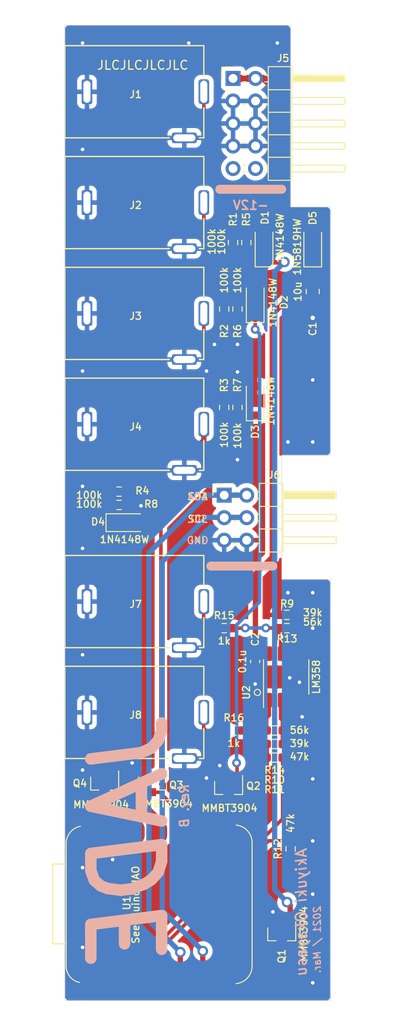
<source format=kicad_pcb>
(kicad_pcb (version 20221018) (generator pcbnew)
  (title_block (title "jade") (date "2021-03-20") (rev "B") (company "Akiyuki Okayasu"))
  (layers (0 "F.Cu" signal) (31 "B.Cu" signal) (34 "B.Paste" user) (35 "F.Paste" user) (36 "B.SilkS" user "B.Silkscreen") (37 "F.SilkS" user "F.Silkscreen") (38 "B.Mask" user) (39 "F.Mask" user) (44 "Edge.Cuts" user))
  (net 0 "")
  (net 1 "+12V")
  (net 2 "GND")
  (net 3 "Net-(D1-Pad1)")
  (net 4 "Net-(D2-Pad1)")
  (net 5 "Net-(D3-Pad1)")
  (net 6 "Net-(D4-Pad1)")
  (net 7 "Net-(D5-Pad2)")
  (net 8 "Net-(J1-Pad3)")
  (net 9 "Net-(J2-Pad3)")
  (net 10 "Net-(J3-Pad3)")
  (net 11 "Net-(J4-Pad3)")
  (net 12 "Net-(J5-Pad9)")
  (net 13 "Net-(J5-Pad10)")
  (net 14 "/SDA")
  (net 15 "/SCL")
  (net 16 "Net-(J7-Pad3)")
  (net 17 "Net-(J8-Pad3)")
  (net 18 "/GATE_IN1")
  (net 19 "/GATE_IN2")
  (net 20 "/GATE_IN3")
  (net 21 "/GATE_IN4")
  (net 22 "Net-(R13-Pad2)")
  (net 23 "/GATE_OUT")
  (net 24 "Net-(R10-Pad1)")
  (net 25 "/CLOCK_OUT")
  (net 26 "Net-(R13-Pad1)")
  (net 27 "Net-(R14-Pad1)")
  (net 28 "Net-(U1-Pad14)")
  (net 29 "Net-(U1-Pad12)")
  (net 30 "Net-(U1-Pad8)")
  (net 31 "Net-(U1-Pad2)")
  (net 32 "Net-(U1-Pad1)")
  (footprint "Capacitor_SMD:C_0805_2012Metric_Pad1.18x1.45mm_HandSolder" (layer "F.Cu") (at 143 80.0375 -90)
    (fp_text reference "C1" (at 4.2125 0 90) (layer "F.SilkS") (effects (font (size 0.8 0.8))))
    (fp_text value "10u" (at 0 1.68 90) (layer "F.SilkS") (effects (font (size 0.8 0.8))))
    (pad "1" smd roundrect (at -1.0375 0 270) (size 1.175 1.45) (layers "F.Cu" "F.Paste" "F.Mask") (roundrect_rratio 0.2127659574) (net 1 "+12V"))
    (pad "2" smd roundrect (at 1.0375 0 270) (size 1.175 1.45) (layers "F.Cu" "F.Paste" "F.Mask") (roundrect_rratio 0.2127659574) (net 2 "GND"))
  )
  (footprint "Capacitor_SMD:C_0603_1608Metric_Pad1.08x0.95mm_HandSolder" (layer "F.Cu") (at 136.5 121.7625 -90)
    (fp_text reference "C2" (at -2.5125 0 90) (layer "F.SilkS") (effects (font (size 0.8 0.8))))
    (fp_text value "0.1u" (at 0 1.43 90) (layer "F.SilkS") (effects (font (size 0.8 0.8))))
    (pad "1" smd roundrect (at -0.8625 0 270) (size 1.075 0.95) (layers "F.Cu" "F.Paste" "F.Mask") (net 1 "+12V"))
    (pad "2" smd roundrect (at 0.8625 0 270) (size 1.075 0.95) (layers "F.Cu" "F.Paste" "F.Mask") (net 2 "GND"))
  )
  (footprint "Diode_SMD:D_SOD-123" (layer "F.Cu") (at 137.5 75 90)
    (fp_text reference "D1" (at 3.3 0.1 90) (layer "F.SilkS") (effects (font (size 0.8 0.8))))
    (fp_text value "1N4148W" (at 1 1.8 90) (layer "F.SilkS") (effects (font (size 0.8 0.8))))
    (pad "1" smd rect (at -1.65 0 90) (size 0.9 1.2) (layers "F.Cu" "F.Paste" "F.Mask") (net 3 "Net-(D1-Pad1)"))
    (pad "2" smd rect (at 1.65 0 90) (size 0.9 1.2) (layers "F.Cu" "F.Paste" "F.Mask") (net 2 "GND"))
  )
  (footprint "Diode_SMD:D_SOD-123" (layer "F.Cu") (at 136.5 81.281 90)
    (fp_text reference "D2" (at 0.031 3.25 90) (layer "F.SilkS") (effects (font (size 0.8 0.8))))
    (fp_text value "1N4148W" (at 0 2 90) (layer "F.SilkS") (effects (font (size 0.8 0.8))))
    (pad "1" smd rect (at -1.65 0 90) (size 0.9 1.2) (layers "F.Cu" "F.Paste" "F.Mask") (net 4 "Net-(D2-Pad1)"))
    (pad "2" smd rect (at 1.65 0 90) (size 0.9 1.2) (layers "F.Cu" "F.Paste" "F.Mask") (net 2 "GND"))
  )
  (footprint "Diode_SMD:D_SOD-123" (layer "F.Cu") (at 136.5 92.357 90)
    (fp_text reference "D3" (at -3.493 0 90) (layer "F.SilkS") (effects (font (size 0.8 0.8))))
    (fp_text value "1N4148W" (at 0.007 1.75 90) (layer "F.SilkS") (effects (font (size 0.8 0.8))))
    (pad "1" smd rect (at -1.65 0 90) (size 0.9 1.2) (layers "F.Cu" "F.Paste" "F.Mask") (net 5 "Net-(D3-Pad1)"))
    (pad "2" smd rect (at 1.65 0 90) (size 0.9 1.2) (layers "F.Cu" "F.Paste" "F.Mask") (net 2 "GND"))
  )
  (footprint "Diode_SMD:D_SOD-123" (layer "F.Cu") (at 121.9 106.1)
    (fp_text reference "D4" (at -3.15 -0.1) (layer "F.SilkS") (effects (font (size 0.8 0.8))))
    (fp_text value "1N4148W" (at -0.15 1.9) (layer "F.SilkS") (effects (font (size 0.8 0.8))))
    (pad "1" smd rect (at -1.65 0) (size 0.9 1.2) (layers "F.Cu" "F.Paste" "F.Mask") (net 6 "Net-(D4-Pad1)"))
    (pad "2" smd rect (at 1.65 0) (size 0.9 1.2) (layers "F.Cu" "F.Paste" "F.Mask") (net 2 "GND"))
  )
  (footprint "Diode_SMD:D_SOD-123" (layer "F.Cu") (at 143 75 90)
    (fp_text reference "D5" (at 3.25 0 90) (layer "F.SilkS") (effects (font (size 0.8 0.8))))
    (fp_text value "1N5819HW" (at 0 -1.75 90) (layer "F.SilkS") (effects (font (size 0.8 0.8))))
    (pad "1" smd rect (at -1.65 0 90) (size 0.9 1.2) (layers "F.Cu" "F.Paste" "F.Mask") (net 1 "+12V"))
    (pad "2" smd rect (at 1.65 0 90) (size 0.9 1.2) (layers "F.Cu" "F.Paste" "F.Mask") (net 7 "Net-(D5-Pad2)"))
  )
  (footprint "Akiyuki_Footprint:PJ302M" (layer "F.Cu") (at 115 57.5)
    (fp_text reference "J1" (at 8 0.3) (layer "F.SilkS") (effects (font (size 0.8 0.8))))
    (fp_text value "PJ302M" hide)
    (pad "1" thru_hole roundrect (at 2.5 0) (size 1.2 2.8) (drill oval 0.8 2.5) (layers "*.Cu" "*.Mask") (roundrect_rratio 0.167) (net 2 "GND"))
    (pad "2" thru_hole roundrect (at 13.5 5.2 90) (size 1.2 2.8) (drill oval 0.8 2.5) (layers "*.Cu" "*.Mask") (roundrect_rratio 0.167) (net 2 "GND"))
    (pad "3" thru_hole roundrect (at 15.7 0) (size 1.2 2.8) (drill oval 0.8 2.5) (layers "*.Cu" "*.Mask") (net 8 "Net-(J1-Pad3)"))
  )
  (footprint "Akiyuki_Footprint:PJ302M" (layer "F.Cu") (at 115 70)
    (fp_text reference "J2" (at 8 0.3) (layer "F.SilkS") (effects (font (size 0.8 0.8))))
    (fp_text value "PJ302M" hide)
    (pad "1" thru_hole roundrect (at 2.5 0) (size 1.2 2.8) (drill oval 0.8 2.5) (layers "*.Cu" "*.Mask") (roundrect_rratio 0.167) (net 2 "GND"))
    (pad "2" thru_hole roundrect (at 13.5 5.2 90) (size 1.2 2.8) (drill oval 0.8 2.5) (layers "*.Cu" "*.Mask") (roundrect_rratio 0.167) (net 2 "GND"))
    (pad "3" thru_hole roundrect (at 15.7 0) (size 1.2 2.8) (drill oval 0.8 2.5) (layers "*.Cu" "*.Mask") (net 9 "Net-(J2-Pad3)"))
  )
  (footprint "Akiyuki_Footprint:PJ302M" (layer "F.Cu") (at 115 82.5)
    (fp_text reference "J3" (at 8 0.3) (layer "F.SilkS") (effects (font (size 0.8 0.8))))
    (fp_text value "PJ302M" hide)
    (pad "1" thru_hole roundrect (at 2.5 0) (size 1.2 2.8) (drill oval 0.8 2.5) (layers "*.Cu" "*.Mask") (roundrect_rratio 0.167) (net 2 "GND"))
    (pad "2" thru_hole roundrect (at 13.5 5.2 90) (size 1.2 2.8) (drill oval 0.8 2.5) (layers "*.Cu" "*.Mask") (roundrect_rratio 0.167) (net 2 "GND"))
    (pad "3" thru_hole roundrect (at 15.7 0) (size 1.2 2.8) (drill oval 0.8 2.5) (layers "*.Cu" "*.Mask") (net 10 "Net-(J3-Pad3)"))
  )
  (footprint "Akiyuki_Footprint:PJ302M" (layer "F.Cu") (at 115 95)
    (fp_text reference "J4" (at 8 0.3) (layer "F.SilkS") (effects (font (size 0.8 0.8))))
    (fp_text value "PJ302M" hide)
    (pad "1" thru_hole roundrect (at 2.5 0) (size 1.2 2.8) (drill oval 0.8 2.5) (layers "*.Cu" "*.Mask") (roundrect_rratio 0.167) (net 2 "GND"))
    (pad "2" thru_hole roundrect (at 13.5 5.2 90) (size 1.2 2.8) (drill oval 0.8 2.5) (layers "*.Cu" "*.Mask") (roundrect_rratio 0.167) (net 2 "GND"))
    (pad "3" thru_hole roundrect (at 15.7 0) (size 1.2 2.8) (drill oval 0.8 2.5) (layers "*.Cu" "*.Mask") (net 11 "Net-(J4-Pad3)"))
  )
  (footprint "Connector_PinHeader_2.54mm:PinHeader_2x05_P2.54mm_Horizontal" (layer "F.Cu") (at 134 56)
    (fp_text reference "J5" (at 5.655 -2.27) (layer "F.SilkS") (effects (font (size 0.8 0.8))))
    (fp_text value "Conn_02x05_Odd_Even" hide)
    (pad "1" thru_hole rect (at 0 0) (size 1.7 1.7) (drill 1) (layers "*.Cu" "*.Mask") (net 7 "Net-(D5-Pad2)"))
    (pad "2" thru_hole oval (at 2.54 0) (size 1.7 1.7) (drill 1) (layers "*.Cu" "*.Mask") (net 7 "Net-(D5-Pad2)"))
    (pad "3" thru_hole oval (at 0 2.54) (size 1.7 1.7) (drill 1) (layers "*.Cu" "*.Mask") (net 2 "GND"))
    (pad "4" thru_hole oval (at 2.54 2.54) (size 1.7 1.7) (drill 1) (layers "*.Cu" "*.Mask") (net 2 "GND"))
    (pad "5" thru_hole oval (at 0 5.08) (size 1.7 1.7) (drill 1) (layers "*.Cu" "*.Mask") (net 2 "GND"))
    (pad "6" thru_hole oval (at 2.54 5.08) (size 1.7 1.7) (drill 1) (layers "*.Cu" "*.Mask") (net 2 "GND"))
    (pad "7" thru_hole oval (at 0 7.62) (size 1.7 1.7) (drill 1) (layers "*.Cu" "*.Mask") (net 2 "GND"))
    (pad "8" thru_hole oval (at 2.54 7.62) (size 1.7 1.7) (drill 1) (layers "*.Cu" "*.Mask") (net 2 "GND"))
    (pad "9" thru_hole oval (at 0 10.16) (size 1.7 1.7) (drill 1) (layers "*.Cu" "*.Mask") (net 12 "Net-(J5-Pad9)"))
    (pad "10" thru_hole oval (at 2.54 10.16) (size 1.7 1.7) (drill 1) (layers "*.Cu" "*.Mask") (net 13 "Net-(J5-Pad10)"))
  )
  (footprint "Connector_PinHeader_2.54mm:PinHeader_2x03_P2.54mm_Horizontal" (layer "F.Cu") (at 133 103)
    (fp_text reference "J6" (at 5.655 -2.27) (layer "F.SilkS") (effects (font (size 0.8 0.8))))
    (fp_text value "Conn_02x03_Odd_Even" hide)
    (pad "1" thru_hole rect (at 0 0) (size 1.7 1.7) (drill 1) (layers "*.Cu" "*.Mask") (net 14 "/SDA"))
    (pad "2" thru_hole oval (at 2.54 0) (size 1.7 1.7) (drill 1) (layers "*.Cu" "*.Mask") (net 14 "/SDA"))
    (pad "3" thru_hole oval (at 0 2.54) (size 1.7 1.7) (drill 1) (layers "*.Cu" "*.Mask") (net 15 "/SCL"))
    (pad "4" thru_hole oval (at 2.54 2.54) (size 1.7 1.7) (drill 1) (layers "*.Cu" "*.Mask") (net 15 "/SCL"))
    (pad "5" thru_hole oval (at 0 5.08) (size 1.7 1.7) (drill 1) (layers "*.Cu" "*.Mask") (net 2 "GND"))
    (pad "6" thru_hole oval (at 2.54 5.08) (size 1.7 1.7) (drill 1) (layers "*.Cu" "*.Mask") (net 2 "GND"))
  )
  (footprint "Akiyuki_Footprint:PJ302M" (layer "F.Cu") (at 115 115)
    (fp_text reference "J7" (at 8 0.3) (layer "F.SilkS") (effects (font (size 0.8 0.8))))
    (fp_text value "PJ302M" hide)
    (pad "1" thru_hole roundrect (at 2.5 0) (size 1.2 2.8) (drill oval 0.8 2.5) (layers "*.Cu" "*.Mask") (roundrect_rratio 0.167) (net 2 "GND"))
    (pad "2" thru_hole roundrect (at 13.5 5.2 90) (size 1.2 2.8) (drill oval 0.8 2.5) (layers "*.Cu" "*.Mask") (roundrect_rratio 0.167) (net 2 "GND"))
    (pad "3" thru_hole roundrect (at 15.7 0) (size 1.2 2.8) (drill oval 0.8 2.5) (layers "*.Cu" "*.Mask") (net 16 "Net-(J7-Pad3)"))
  )
  (footprint "Akiyuki_Footprint:PJ302M" (layer "F.Cu") (at 115 127.5)
    (fp_text reference "J8" (at 8 0.3) (layer "F.SilkS") (effects (font (size 0.8 0.8))))
    (fp_text value "PJ302M" hide)
    (pad "1" thru_hole roundrect (at 2.5 0) (size 1.2 2.8) (drill oval 0.8 2.5) (layers "*.Cu" "*.Mask") (roundrect_rratio 0.167) (net 2 "GND"))
    (pad "2" thru_hole roundrect (at 13.5 5.2 90) (size 1.2 2.8) (drill oval 0.8 2.5) (layers "*.Cu" "*.Mask") (roundrect_rratio 0.167) (net 2 "GND"))
    (pad "3" thru_hole roundrect (at 15.7 0) (size 1.2 2.8) (drill oval 0.8 2.5) (layers "*.Cu" "*.Mask") (net 17 "Net-(J8-Pad3)"))
  )
  (footprint "Resistor_SMD:R_0603_1608Metric_Pad0.98x0.95mm_HandSolder" (layer "F.Cu") (at 134 74.5 90)
    (fp_text reference "R1" (at 2.6 0 90) (layer "F.SilkS") (effects (font (size 0.8 0.8))))
    (fp_text value "100k" (at 0.1 -2.4 90) (layer "F.SilkS") (effects (font (size 0.8 0.8))))
    (pad "1" smd roundrect (at -0.9125 0 90) (size 0.975 0.95) (layers "F.Cu" "F.Paste" "F.Mask") (net 3 "Net-(D1-Pad1)"))
    (pad "2" smd roundrect (at 0.9125 0 90) (size 0.975 0.95) (layers "F.Cu" "F.Paste" "F.Mask") (net 8 "Net-(J1-Pad3)"))
  )
  (footprint "Resistor_SMD:R_0603_1608Metric_Pad0.98x0.95mm_HandSolder" (layer "F.Cu") (at 133 93.1 90)
    (fp_text reference "R3" (at 2.5 0 90) (layer "F.SilkS") (effects (font (size 0.8 0.8))))
    (fp_text value "100k" (at -3.1 0 90) (layer "F.SilkS") (effects (font (size 0.8 0.8))))
    (pad "1" smd roundrect (at -0.9125 0 90) (size 0.975 0.95) (layers "F.Cu" "F.Paste" "F.Mask") (net 5 "Net-(D3-Pad1)"))
    (pad "2" smd roundrect (at 0.9125 0 90) (size 0.975 0.95) (layers "F.Cu" "F.Paste" "F.Mask") (net 10 "Net-(J3-Pad3)"))
  )
  (footprint "Resistor_SMD:R_0603_1608Metric_Pad0.98x0.95mm_HandSolder" (layer "F.Cu") (at 121.1225 102.6)
    (fp_text reference "R4" (at 2.6275 -0.1) (layer "F.SilkS") (effects (font (size 0.8 0.8))))
    (fp_text value "100k" (at -3.3725 0.4) (layer "F.SilkS") (effects (font (size 0.8 0.8))))
    (pad "1" smd roundrect (at -0.9125 0) (size 0.975 0.95) (layers "F.Cu" "F.Paste" "F.Mask") (net 6 "Net-(D4-Pad1)"))
    (pad "2" smd roundrect (at 0.9125 0) (size 0.975 0.95) (layers "F.Cu" "F.Paste" "F.Mask") (net 11 "Net-(J4-Pad3)"))
  )
  (footprint "Resistor_SMD:R_0603_1608Metric_Pad0.98x0.95mm_HandSolder" (layer "F.Cu") (at 135.5 74.5 -90)
    (fp_text reference "R5" (at -2.6 0 90) (layer "F.SilkS") (effects (font (size 0.8 0.8))))
    (fp_text value "100k" (at -0.1 2.8 90) (layer "F.SilkS") (effects (font (size 0.8 0.8))))
    (pad "1" smd roundrect (at -0.9125 0 270) (size 0.975 0.95) (layers "F.Cu" "F.Paste" "F.Mask") (net 2 "GND"))
    (pad "2" smd roundrect (at 0.9125 0 270) (size 0.975 0.95) (layers "F.Cu" "F.Paste" "F.Mask") (net 3 "Net-(D1-Pad1)"))
  )
  (footprint "Resistor_SMD:R_0603_1608Metric_Pad0.98x0.95mm_HandSolder" (layer "F.Cu") (at 134.5 82 -90)
    (fp_text reference "R6" (at 2.5 0 90) (layer "F.SilkS") (effects (font (size 0.8 0.8))))
    (fp_text value "100k" (at -3.25 0 90) (layer "F.SilkS") (effects (font (size 0.8 0.8))))
    (pad "1" smd roundrect (at -0.9125 0 270) (size 0.975 0.95) (layers "F.Cu" "F.Paste" "F.Mask") (net 2 "GND"))
    (pad "2" smd roundrect (at 0.9125 0 270) (size 0.975 0.95) (layers "F.Cu" "F.Paste" "F.Mask") (net 4 "Net-(D2-Pad1)"))
  )
  (footprint "Resistor_SMD:R_0603_1608Metric_Pad0.98x0.95mm_HandSolder" (layer "F.Cu") (at 121.1225 104.1 180)
    (fp_text reference "R8" (at -3.6275 0.1) (layer "F.SilkS") (effects (font (size 0.8 0.8))))
    (fp_text value "100k" (at 3.3725 0.1) (layer "F.SilkS") (effects (font (size 0.8 0.8))))
    (pad "1" smd roundrect (at -0.9125 0 180) (size 0.975 0.95) (layers "F.Cu" "F.Paste" "F.Mask") (net 2 "GND"))
    (pad "2" smd roundrect (at 0.9125 0 180) (size 0.975 0.95) (layers "F.Cu" "F.Paste" "F.Mask") (net 6 "Net-(D4-Pad1)"))
  )
  (footprint "Resistor_SMD:R_0603_1608Metric_Pad0.98x0.95mm_HandSolder" (layer "F.Cu") (at 140.0875 116.5 180)
    (fp_text reference "R9" (at -0.0125 1.25) (layer "F.SilkS") (effects (font (size 0.8 0.8))))
    (fp_text value "39k" (at -2.9125 0.25) (layer "F.SilkS") (effects (font (size 0.8 0.8))))
    (pad "1" smd roundrect (at -0.9125 0 180) (size 0.975 0.95) (layers "F.Cu" "F.Paste" "F.Mask") (net 22 "Net-(R13-Pad2)"))
    (pad "2" smd roundrect (at 0.9125 0 180) (size 0.975 0.95) (layers "F.Cu" "F.Paste" "F.Mask") (net 2 "GND"))
  )
  (footprint "Resistor_SMD:R_0603_1608Metric_Pad0.98x0.95mm_HandSolder" (layer "F.Cu") (at 138.7075 131.064 180)
    (fp_text reference "R10" (at 0.0075 -4.036) (layer "F.SilkS") (effects (font (size 0.8 0.8))))
    (fp_text value "39k" (at -2.7925 0.064) (layer "F.SilkS") (effects (font (size 0.8 0.8))))
    (pad "1" smd roundrect (at -0.9125 0 180) (size 0.975 0.95) (layers "F.Cu" "F.Paste" "F.Mask") (net 24 "Net-(R10-Pad1)"))
    (pad "2" smd roundrect (at 0.9125 0 180) (size 0.975 0.95) (layers "F.Cu" "F.Paste" "F.Mask") (net 2 "GND"))
  )
  (footprint "Resistor_SMD:R_0603_1608Metric_Pad0.98x0.95mm_HandSolder" (layer "F.Cu") (at 140.0875 118)
    (fp_text reference "R13" (at 0.0125 1.2) (layer "F.SilkS") (effects (font (size 0.8 0.8))))
    (fp_text value "56k" (at 2.9125 -0.7) (layer "F.SilkS") (effects (font (size 0.8 0.8))))
    (pad "1" smd roundrect (at -0.9125 0) (size 0.975 0.95) (layers "F.Cu" "F.Paste" "F.Mask") (net 26 "Net-(R13-Pad1)"))
    (pad "2" smd roundrect (at 0.9125 0) (size 0.975 0.95) (layers "F.Cu" "F.Paste" "F.Mask") (net 22 "Net-(R13-Pad2)"))
  )
  (footprint "Resistor_SMD:R_0603_1608Metric_Pad0.98x0.95mm_HandSolder" (layer "F.Cu") (at 138.7075 129.54)
    (fp_text reference "R14" (at -0.0075 4.46) (layer "F.SilkS") (effects (font (size 0.8 0.8))))
    (fp_text value "56k" (at 2.7925 -0.04) (layer "F.SilkS") (effects (font (size 0.8 0.8))))
    (pad "1" smd roundrect (at -0.9125 0) (size 0.975 0.95) (layers "F.Cu" "F.Paste" "F.Mask") (net 27 "Net-(R14-Pad1)"))
    (pad "2" smd roundrect (at 0.9125 0) (size 0.975 0.95) (layers "F.Cu" "F.Paste" "F.Mask") (net 24 "Net-(R10-Pad1)"))
  )
  (footprint "Resistor_SMD:R_0603_1608Metric_Pad0.98x0.95mm_HandSolder" (layer "F.Cu") (at 133 118)
    (fp_text reference "R15" (at 0 -1.43) (layer "F.SilkS") (effects (font (size 0.8 0.8))))
    (fp_text value "1k" (at 0 1.43) (layer "F.SilkS") (effects (font (size 0.8 0.8))))
    (pad "1" smd roundrect (at -0.9125 0) (size 0.975 0.95) (layers "F.Cu" "F.Paste" "F.Mask") (net 16 "Net-(J7-Pad3)"))
    (pad "2" smd roundrect (at 0.9125 0) (size 0.975 0.95) (layers "F.Cu" "F.Paste" "F.Mask") (net 26 "Net-(R13-Pad1)"))
  )
  (footprint "Resistor_SMD:R_0603_1608Metric_Pad0.98x0.95mm_HandSolder" (layer "F.Cu") (at 134.0885 129.54)
    (fp_text reference "R16" (at 0 -1.43) (layer "F.SilkS") (effects (font (size 0.8 0.8))))
    (fp_text value "1k" (at 0 1.43) (layer "F.SilkS") (effects (font (size 0.8 0.8))))
    (pad "1" smd roundrect (at -0.9125 0) (size 0.975 0.95) (layers "F.Cu" "F.Paste" "F.Mask") (net 17 "Net-(J8-Pad3)"))
    (pad "2" smd roundrect (at 0.9125 0) (size 0.975 0.95) (layers "F.Cu" "F.Paste" "F.Mask") (net 27 "Net-(R14-Pad1)"))
  )
  (footprint "Package_SO:SOP-8_3.9x4.9mm_P1.27mm" (layer "F.Cu") (at 140 123.5 90)
    (fp_text reference "U2" (at -1.75 -4.5 90) (layer "F.SilkS") (effects (font (size 0.8 0.8))))
    (fp_text value "LM358" (at 0 3.4 90) (layer "F.SilkS") (effects (font (size 0.8 0.8))))
    (pad "1" smd roundrect (at -2.625 -1.905 90) (size 1.65 0.6) (layers "F.Cu" "F.Paste" "F.Mask") (net 27 "Net-(R14-Pad1)"))
    (pad "2" smd roundrect (at -2.625 -0.635 90) (size 1.65 0.6) (layers "F.Cu" "F.Paste" "F.Mask") (net 24 "Net-(R10-Pad1)"))
    (pad "3" smd roundrect (at -2.625 0.635 90) (size 1.65 0.6) (layers "F.Cu" "F.Paste" "F.Mask") (net 25 "/CLOCK_OUT"))
    (pad "4" smd roundrect (at -2.625 1.905 90) (size 1.65 0.6) (layers "F.Cu" "F.Paste" "F.Mask") (net 2 "GND"))
    (pad "5" smd roundrect (at 2.625 1.905 90) (size 1.65 0.6) (layers "F.Cu" "F.Paste" "F.Mask") (net 23 "/GATE_OUT"))
    (pad "6" smd roundrect (at 2.625 0.635 90) (size 1.65 0.6) (layers "F.Cu" "F.Paste" "F.Mask") (net 22 "Net-(R13-Pad2)"))
    (pad "7" smd roundrect (at 2.625 -0.635 90) (size 1.65 0.6) (layers "F.Cu" "F.Paste" "F.Mask") (net 26 "Net-(R13-Pad1)"))
    (pad "8" smd roundrect (at 2.625 -1.905 90) (size 1.65 0.6) (layers "F.Cu" "F.Paste" "F.Mask") (net 1 "+12V"))
  )
  (footprint "Resistor_SMD:R_0603_1608Metric_Pad0.98x0.95mm_HandSolder" (layer "F.Cu") (at 133 82 90)
    (fp_text reference "R2" (at -2.5 0 90) (layer "F.SilkS") (effects (font (size 0.8 0.8))))
    (fp_text value "100k" (at 3.25 0 90) (layer "F.SilkS") (effects (font (size 0.8 0.8))))
    (pad "1" smd roundrect (at -0.9125 0 90) (size 0.975 0.95) (layers "F.Cu" "F.Paste" "F.Mask") (net 4 "Net-(D2-Pad1)"))
    (pad "2" smd roundrect (at 0.9125 0 90) (size 0.975 0.95) (layers "F.Cu" "F.Paste" "F.Mask") (net 9 "Net-(J2-Pad3)"))
  )
  (footprint "Package_TO_SOT_SMD:SOT-23" (layer "F.Cu") (at 119.5 135.5 -90)
    (fp_text reference "Q4" (at 0 2.8 180) (layer "F.SilkS") (effects (font (size 0.8 0.8))))
    (fp_text value "MMBT3904" (at 2.4 0.4 180) (layer "F.SilkS") (effects (font (size 0.8 0.8))))
    (pad "1" smd rect (at -1 -0.95 270) (size 0.9 0.8) (layers "F.Cu" "F.Paste" "F.Mask") (net 6 "Net-(D4-Pad1)"))
    (pad "2" smd rect (at -1 0.95 270) (size 0.9 0.8) (layers "F.Cu" "F.Paste" "F.Mask") (net 2 "GND"))
    (pad "3" smd rect (at 1 0 270) (size 0.9 0.8) (layers "F.Cu" "F.Paste" "F.Mask") (net 21 "/GATE_IN4"))
  )
  (footprint "Package_TO_SOT_SMD:SOT-23" (layer "F.Cu") (at 124.9 135.5 -90)
    (fp_text reference "Q3" (at 0.2 -2.7 180) (layer "F.SilkS") (effects (font (size 0.8 0.8))))
    (fp_text value "MMBT3904" (at 2.3 -1.4 180) (layer "F.SilkS") (effects (font (size 0.8 0.8))))
    (pad "1" smd rect (at -1 -0.95 270) (size 0.9 0.8) (layers "F.Cu" "F.Paste" "F.Mask") (net 5 "Net-(D3-Pad1)"))
    (pad "2" smd rect (at -1 0.95 270) (size 0.9 0.8) (layers "F.Cu" "F.Paste" "F.Mask") (net 2 "GND"))
    (pad "3" smd rect (at 1 0 270) (size 0.9 0.8) (layers "F.Cu" "F.Paste" "F.Mask") (net 20 "/GATE_IN3"))
  )
  (footprint "Package_TO_SOT_SMD:SOT-23" (layer "F.Cu") (at 133.5 136 -90)
    (fp_text reference "Q2" (at -0.2 -2.8 180) (layer "F.SilkS") (effects (font (size 0.8 0.8))))
    (fp_text value "MMBT3904" (at 2.3 -0.1 180) (layer "F.SilkS") (effects (font (size 0.8 0.8))))
    (pad "1" smd rect (at -1 -0.95 270) (size 0.9 0.8) (layers "F.Cu" "F.Paste" "F.Mask") (net 4 "Net-(D2-Pad1)"))
    (pad "2" smd rect (at -1 0.95 270) (size 0.9 0.8) (layers "F.Cu" "F.Paste" "F.Mask") (net 2 "GND"))
    (pad "3" smd rect (at 1 0 270) (size 0.9 0.8) (layers "F.Cu" "F.Paste" "F.Mask") (net 19 "/GATE_IN2"))
  )
  (footprint "Package_TO_SOT_SMD:SOT-23" (layer "F.Cu") (at 139.5 152.5 -90)
    (fp_text reference "Q1" (at 2.5 0 90) (layer "F.SilkS") (effects (font (size 0.8 0.8))))
    (fp_text value "MMBT3904" (at 0 -2.5 90) (layer "F.SilkS") (effects (font (size 0.8 0.8))))
    (pad "1" smd rect (at -1 -0.95 270) (size 0.9 0.8) (layers "F.Cu" "F.Paste" "F.Mask") (net 3 "Net-(D1-Pad1)"))
    (pad "2" smd rect (at -1 0.95 270) (size 0.9 0.8) (layers "F.Cu" "F.Paste" "F.Mask") (net 2 "GND"))
    (pad "3" smd rect (at 1 0 270) (size 0.9 0.8) (layers "F.Cu" "F.Paste" "F.Mask") (net 18 "/GATE_IN1"))
  )
  (footprint "Resistor_SMD:R_0603_1608Metric_Pad0.98x0.95mm_HandSolder" (layer "F.Cu") (at 134.5 93.1 -90)
    (fp_text reference "R7" (at -2.5 0 90) (layer "F.SilkS") (effects (font (size 0.8 0.8))))
    (fp_text value "100k" (at 3.2 0 90) (layer "F.SilkS") (effects (font (size 0.8 0.8))))
    (pad "1" smd roundrect (at -0.9125 0 270) (size 0.975 0.95) (layers "F.Cu" "F.Paste" "F.Mask") (net 2 "GND"))
    (pad "2" smd roundrect (at 0.9125 0 270) (size 0.975 0.95) (layers "F.Cu" "F.Paste" "F.Mask") (net 5 "Net-(D3-Pad1)"))
  )
  (footprint "Akiyuki_Footprint:Seeeduino_XIAO_NonBottomPad" (layer "F.Cu") (at 136.05 158 90)
    (fp_text reference "U1" (at 9 -14.05 90) (layer "F.SilkS") (effects (font (size 0.8 0.8))))
    (fp_text value "SeeeduinoXIAO" (at 8.8 -13.05 90) (layer "F.SilkS") (effects (font (size 0.8 0.8))))
    (pad "1" smd oval (at 0.83312 -18.11782 90) (size 2.74828 1.99898) (layers "F.Cu" "F.Paste" "F.Mask") (net 32 "Net-(U1-Pad1)"))
    (pad "2" smd oval (at 0.83312 -15.57782 90) (size 2.74828 1.99898) (layers "F.Cu" "F.Paste" "F.Mask") (net 31 "Net-(U1-Pad2)"))
    (pad "3" smd oval (at 0.83312 -13.03782 90) (size 2.74828 1.99898) (layers "F.Cu" "F.Paste" "F.Mask") (net 25 "/CLOCK_OUT"))
    (pad "4" smd oval (at 0.83312 -10.49782 90) (size 2.74828 1.99898) (layers "F.Cu" "F.Paste" "F.Mask") (net 23 "/GATE_OUT"))
    (pad "5" smd oval (at 0.83312 -7.95782 90) (size 2.74828 1.99898) (layers "F.Cu" "F.Paste" "F.Mask") (net 14 "/SDA"))
    (pad "6" smd oval (at 0.83312 -5.41782 90) (size 2.74828 1.99898) (layers "F.Cu" "F.Paste" "F.Mask") (net 15 "/SCL"))
    (pad "7" smd oval (at 0.83312 -2.87782 90) (size 2.74828 1.99898) (layers "F.Cu" "F.Paste" "F.Mask") (net 18 "/GATE_IN1"))
    (pad "8" smd oval (at 16.99768 -2.87782 90) (size 2.74828 1.99898) (layers "F.Cu" "F.Paste" "F.Mask") (net 30 "Net-(U1-Pad8)"))
    (pad "9" smd oval (at 16.99768 -5.41782 90) (size 2.74828 1.99898) (layers "F.Cu" "F.Paste" "F.Mask") (net 19 "/GATE_IN2"))
    (pad "10" smd oval (at 16.99768 -7.95782 90) (size 2.74828 1.99898) (layers "F.Cu" "F.Paste" "F.Mask") (net 20 "/GATE_IN3"))
    (pad "11" smd oval (at 16.99768 -10.49782 90) (size 2.74828 1.99898) (layers "F.Cu" "F.Paste" "F.Mask") (net 21 "/GATE_IN4"))
    (pad "12" smd oval (at 16.99768 -13.03782 90) (size 2.74828 1.99898) (layers "F.Cu" "F.Paste" "F.Mask") (net 29 "Net-(U1-Pad12)"))
    (pad "13" smd oval (at 16.99768 -15.57782 90) (size 2.74828 1.99898) (layers "F.Cu" "F.Paste" "F.Mask") (net 2 "GND"))
    (pad "14" smd oval (at 16.99768 -18.11782 90) (size 2.74828 1.99898) (layers "F.Cu" "F.Paste" "F.Mask") (net 28 "Net-(U1-Pad14)"))
  )
  (footprint "Resistor_SMD:R_0603_1608Metric_Pad0.98x0.95mm_HandSolder" (layer "F.Cu") (at 140.5 142.9 90)
    (fp_text reference "R12" (at 0 -1.43 90) (layer "F.SilkS") (effects (font (size 0.8 0.8))))
    (fp_text value "47k" (at 2.9 0 90) (layer "F.SilkS") (effects (font (size 0.8 0.8))))
    (pad "1" smd roundrect (at -0.9125 0 90) (size 0.975 0.95) (layers "F.Cu" "F.Paste" "F.Mask") (net 2 "GND"))
    (pad "2" smd roundrect (at 0.9125 0 90) (size 0.975 0.95) (layers "F.Cu" "F.Paste" "F.Mask") (net 23 "/GATE_OUT"))
  )
  (footprint "Resistor_SMD:R_0603_1608Metric_Pad0.98x0.95mm_HandSolder" (layer "F.Cu") (at 138.7 132.6)
    (fp_text reference "R11" (at 0 3.6) (layer "F.SilkS") (effects (font (size 0.8 0.8))))
    (fp_text value "47k" (at 2.8 -0.1) (layer "F.SilkS") (effects (font (size 0.8 0.8))))
    (pad "1" smd roundrect (at -0.9125 0) (size 0.975 0.95) (layers "F.Cu" "F.Paste" "F.Mask") (net 2 "GND"))
    (pad "2" smd roundrect (at 0.9125 0) (size 0.975 0.95) (layers "F.Cu" "F.Paste" "F.Mask") (net 25 "/CLOCK_OUT"))
  )
  (gr_line (start 132.5 68.5) (end 139.5 68.5) (stroke (width 1)) (layer "B.SilkS"))
  (gr_line (start 131.5 111) (end 138.5 111) (stroke (width 1)) (layer "B.SilkS"))
  (gr_line (start 132.5 68.5) (end 139.5 68.5) (stroke (width 1)) (layer "F.SilkS"))
  (gr_line (start 131.5 111) (end 138.5 111) (stroke (width 1)) (layer "F.SilkS"))
  (gr_circle (center 136.75 125.25) (end 137.1 125.25) (stroke (width 0.12)) (fill none) (layer "F.SilkS"))
  (gr_line (start 140.5 50) (end 115 50) (stroke (width 0.05)) (layer "Edge.Cuts"))
  (gr_line (start 145 98.5) (end 145 70.5) (stroke (width 0.05)) (layer "Edge.Cuts"))
  (gr_line (start 140.5 51.5) (end 140.5 50) (stroke (width 0.05)) (layer "Edge.Cuts"))
  (gr_line (start 139.5 98.5) (end 145 98.5) (stroke (width 0.05)) (layer "Edge.Cuts"))
  (gr_line (start 115 50) (end 115 160) (stroke (width 0.05)) (layer "Edge.Cuts"))
  (gr_line (start 145 160) (end 145 112.5) (stroke (width 0.05)) (layer "Edge.Cuts"))
  (gr_line (start 145 112.5) (end 139.5 112.5) (stroke (width 0.05)) (layer "Edge.Cuts"))
  (gr_line (start 145 70.5) (end 140.5 70.5) (stroke (width 0.05)) (layer "Edge.Cuts"))
  (gr_line (start 140.5 70.5) (end 140.5 51.5) (stroke (width 0.05)) (layer "Edge.Cuts"))
  (gr_line (start 139.5 112.5) (end 139.5 98.5) (stroke (width 0.05)) (layer "Edge.Cuts"))
  (gr_line (start 115 160) (end 145 160) (stroke (width 0.05)) (layer "Edge.Cuts"))
  (gr_text "GND" (at 130 108.1) (layer "B.SilkS") (effects (font (size 0.8 0.8)) (justify mirror)))
  (gr_text "SCL" (at 130 105.7) (layer "B.SilkS") (effects (font (size 0.8 0.8)) (justify mirror)))
  (gr_text "SDA\n" (at 130 103.15) (layer "B.SilkS") (effects (font (size 0.8 0.8)) (justify mirror)))
  (gr_text "Akiyuki Okayasu" (at 141.7 150 90) (layer "B.SilkS") (effects (font (size 1.2 1.2) (thickness 0.2) italic) (justify mirror)))
  (gr_text "Rev. B" (at 128.5 138 90) (layer "B.SilkS") (effects (font (size 1 1) (thickness 0.2) italic) (justify mirror)))
  (gr_text "JADE\n" (at 122.3 141.7 90) (layer "B.SilkS") (effects (font (size 8 8) (thickness 1.3) italic) (justify mirror)))
  (gr_text "2021 / Mar." (at 143.5 153.1 90) (layer "B.SilkS") (effects (font (size 0.8 0.8) (thickness 0.15) italic) (justify mirror)))
  (gr_text "-12V" (at 136 70.3) (layer "B.SilkS") (effects (font (size 1 1) (thickness 0.2)) (justify mirror)))
  (gr_text "SCL" (at 130 105.7) (layer "F.SilkS") (effects (font (size 0.8 0.8))))
  (gr_text "GND" (at 130 108.1) (layer "F.SilkS") (effects (font (size 0.8 0.8))))
  (gr_text "SDA\n" (at 130 103.15) (layer "F.SilkS") (effects (font (size 0.8 0.8))))
  (gr_text "JLCJLCJLCJLC" (at 123.8 54.5) (layer "F.SilkS") (effects (font (size 1 1))))
  (segment (start 136.525 111.887) (end 136.525 120.904) (width 0.6) (layer "F.Cu") (net 1))
  (segment (start 138.095 120.875) (end 136.625 120.875) (width 0.6) (layer "F.Cu") (net 1))
  (segment (start 138.43 82.62) (end 138.43 109.982) (width 0.6) (layer "F.Cu") (net 1))
  (segment (start 138.43 109.982) (end 136.525 111.887) (width 0.6) (layer "F.Cu") (net 1))
  (segment (start 136.525 120.904) (end 136.398 121.031) (width 0.6) (layer "F.Cu") (net 1))
  (segment (start 142.05 79) (end 138.43 82.62) (width 0.6) (layer "F.Cu") (net 1))
  (segment (start 143 79) (end 142.05 79) (width 0.6) (layer "F.Cu") (net 1))
  (segment (start 143 76.65) (end 143 79) (width 0.8) (layer "F.Cu") (net 1))
  (via (at 143 148) (size 0.8) (drill 0.4) (layers "F.Cu" "B.Cu") (net 2))
  (via (at 117 109) (size 0.8) (drill 0.4) (layers "F.Cu" "B.Cu") (net 2))
  (via (at 141.5 124.1) (size 0.8) (drill 0.4) (layers "F.Cu" "B.Cu") (net 2))
  (via (at 143 90) (size 0.8) (drill 0.4) (layers "F.Cu" "B.Cu") (net 2))
  (via (at 117 154) (size 0.8) (drill 0.4) (layers "F.Cu" "B.Cu") (net 2))
  (via (at 141.8 128) (size 0.8) (drill 0.4) (layers "F.Cu" "B.Cu") (net 2))
  (via (at 131 134.9) (size 0.8) (drill 0.4) (layers "F.Cu" "B.Cu") (net 2))
  (via (at 140.2 97) (size 0.8) (drill 0.4) (layers "F.Cu" "B.Cu") (net 2))
  (via (at 140.4 123.6) (size 0.8) (drill 0.4) (layers "F.Cu" "B.Cu") (net 2))
  (via (at 117 89) (size 0.8) (drill 0.4) (layers "F.Cu" "B.Cu") (net 2))
  (via (at 139 52) (size 0.8) (drill 0.4) (layers "F.Cu" "B.Cu") (net 2))
  (via (at 143 118) (size 0.8) (drill 0.4) (layers "F.Cu" "B.Cu") (net 2))
  (via (at 139.4 73.3) (size 0.8) (drill 0.4) (layers "F.Cu" "B.Cu") (net 2))
  (via (at 136.5 124.3) (size 0.8) (drill 0.4) (layers "F.Cu" "B.Cu") (net 2))
  (via (at 138.5 150) (size 0.8) (drill 0.4) (layers "F.Cu" "B.Cu") (net 2))
  (via (at 143 158) (size 0.8) (drill 0.4) (layers "F.Cu" "B.Cu") (net 2))
  (via (at 134.5 89.1) (size 0.8) (drill 0.4) (layers "F.Cu" "B.Cu") (net 2))
  (via (at 117 64) (size 0.8) (drill 0.4) (layers "F.Cu" "B.Cu") (net 2))
  (via (at 120.4 144.1) (size 0.8) (drill 0.4) (layers "F.Cu" "B.Cu") (net 2))
  (via (at 143 135) (size 0.8) (drill 0.4) (layers "F.Cu" "B.Cu") (net 2))
  (via (at 143 83) (size 1) (drill 0.5) (layers "F.Cu" "B.Cu") (net 2))
  (via (at 134.5 86) (size 0.8) (drill 0.4) (layers "F.Cu" "B.Cu") (net 2))
  (via (at 117 134) (size 0.8) (drill 0.4) (layers "F.Cu" "B.Cu") (net 2))
  (via (at 143 97) (size 0.8) (drill 0.4) (layers "F.Cu" "B.Cu") (net 2))
  (via (at 129 52) (size 0.8) (drill 0.4) (layers "F.Cu" "B.Cu") (net 2))
  (via (at 143 114) (size 0.8) (drill 0.4) (layers "F.Cu" "B.Cu") (net 2))
  (via (at 132.5 133.5) (size 0.8) (drill 0.4) (layers "F.Cu" "B.Cu") (net 2))
  (via (at 131.9 86) (size 0.8) (drill 0.4) (layers "F.Cu" "B.Cu") (net 2))
  (via (at 117 121) (size 0.8) (drill 0.4) (layers "F.Cu" "B.Cu") (net 2))
  (via (at 143 142) (size 0.8) (drill 0.4) (layers "F.Cu" "B.Cu") (net 2))
  (via (at 117 102) (size 0.8) (drill 0.4) (layers "F.Cu" "B.Cu") (net 2))
  (via (at 131 89) (size 0.8) (drill 0.4) (layers "F.Cu" "B.Cu") (net 2))
  (via (at 117 52) (size 0.8) (drill 0.4) (layers "F.Cu" "B.Cu") (net 2))
  (via (at 122.6 133.2) (size 0.8) (drill 0.4) (layers "F.Cu" "B.Cu") (net 2))
  (via (at 123.6 104.2) (size 0.8) (drill 0.4) (layers "F.Cu" "B.Cu") (net 2))
  (via (at 117 145) (size 0.8) (drill 0.4) (layers "F.Cu" "B.Cu") (net 2))
  (via (at 140.2 114) (size 0.8) (drill 0.4) (layers "F.Cu" "B.Cu") (net 2))
  (via (at 134.5 99) (size 0.8) (drill 0.4) (layers "F.Cu" "B.Cu") (net 2))
  (segment (start 140.45 149.25) (end 140.1 148.9) (width 0.6) (layer "F.Cu") (net 3))
  (segment (start 135.5 76.2) (end 135.5 75.4) (width 0.6) (layer "F.Cu") (net 3))
  (segment (start 135.95 76.65) (end 135.5 76.2) (width 0.6) (layer "F.Cu") (net 3))
  (segment (start 137.5 76.65) (end 135.95 76.65) (width 0.6) (layer "F.Cu") (net 3))
  (segment (start 139.8 76.7) (end 137.4 76.7) (width 0.6) (layer "F.Cu") (net 3))
  (segment (start 140.45 151.5) (end 140.45 149.25) (width 0.6) (layer "F.Cu") (net 3))
  (segment (start 135.5 75.4) (end 134 75.4) (width 0.6) (layer "F.Cu") (net 3))
  (via (at 140.1 148.9) (size 1.2) (drill 0.7) (layers "F.Cu" "B.Cu") (net 3))
  (via (at 139.8 76.7) (size 1.2) (drill 0.7) (layers "F.Cu" "B.Cu") (net 3))
  (segment (start 140.1 148.9) (end 138.7 147.5) (width 0.6) (layer "B.Cu") (net 3))
  (segment (start 138.7 147.5) (end 138.7 77.8) (width 0.6) (layer "B.Cu") (net 3))
  (segment (start 138.7 77.8) (end 139.8 76.7) (width 0.6) (layer "B.Cu") (net 3))
  (segment (start 133 82.9125) (end 134.4745 82.9125) (width 0.4) (layer "F.Cu") (net 4))
  (segment (start 134.45 133.25) (end 134.4 133.2) (width 0.4) (layer "F.Cu") (net 4))
  (segment (start 134.45 135) (end 134.45 133.25) (width 0.4) (layer "F.Cu") (net 4))
  (segment (start 134.493 82.931) (end 136.525 82.931) (width 0.4) (layer "F.Cu") (net 4))
  (segment (start 136.5 82.931) (end 136.5 84.3) (width 0.4) (layer "F.Cu") (net 4))
  (segment (start 134.4745 82.9125) (end 134.493 82.931) (width 0.4) (layer "F.Cu") (net 4))
  (via (at 134.4 133.2) (size 1) (drill 0.5) (layers "F.Cu" "B.Cu") (net 4))
  (via (at 136.5 84.3) (size 1) (drill 0.5) (layers "F.Cu" "B.Cu") (net 4))
  (segment (start 134.4 117.632998) (end 136.999999 115.032999) (width 0.4) (layer "B.Cu") (net 4))
  (segment (start 136.999999 115.032999) (end 136.999999 84.799999) (width 0.4) (layer "B.Cu") (net 4))
  (segment (start 134.4 133.2) (end 134.4 117.632998) (width 0.4) (layer "B.Cu") (net 4))
  (segment (start 136.999999 84.799999) (end 136.5 84.3) (width 0.4) (layer "B.Cu") (net 4))
  (segment (start 134.5 94.0125) (end 136.4945 94.0125) (width 0.4) (layer "F.Cu") (net 5))
  (segment (start 136.4945 94.0125) (end 136.5 94.007) (width 0.4) (layer "F.Cu") (net 5))
  (segment (start 133 94.0125) (end 134.5 94.0125) (width 0.4) (layer "F.Cu") (net 5))
  (segment (start 125.849999 106.350001) (end 133 99.2) (width 0.4) (layer "F.Cu") (net 5))
  (segment (start 133 94.0125) (end 133 99.2) (width 0.4) (layer "F.Cu") (net 5))
  (segment (start 125.85 134.5) (end 125.849999 106.350001) (width 0.4) (layer "F.Cu") (net 5))
  (segment (start 120.25 106.1) (end 120.25 104.15) (width 0.6) (layer "F.Cu") (net 6))
  (segment (start 120.25 106.1) (end 120.2 106.15) (width 0.4) (layer "F.Cu") (net 6))
  (segment (start 120.25 104.15) (end 120.2 104.1) (width 0.6) (layer "F.Cu") (net 6))
  (segment (start 120.21 102.6) (end 120.21 104.09) (width 0.6) (layer "F.Cu") (net 6))
  (segment (start 120.2 106.15) (end 120.2 133) (width 0.4) (layer "F.Cu") (net 6))
  (segment (start 120.2 133) (end 120.45 133.25) (width 0.4) (layer "F.Cu") (net 6))
  (segment (start 120.21 104.09) (end 120.2 104.1) (width 0.6) (layer "F.Cu") (net 6))
  (segment (start 120.45 133.25) (end 120.45 134.5) (width 0.4) (layer "F.Cu") (net 6))
  (segment (start 139 70.5) (end 139 57.5) (width 0.8) (layer "F.Cu") (net 7))
  (segment (start 143 73.35) (end 143 72.6) (width 0.8) (layer "F.Cu") (net 7))
  (segment (start 139 57.5) (end 137.5 56) (width 0.8) (layer "F.Cu") (net 7))
  (segment (start 137.5 56) (end 136.54 56) (width 0.8) (layer "F.Cu") (net 7))
  (segment (start 140.2 71.7) (end 139 70.5) (width 0.8) (layer "F.Cu") (net 7))
  (segment (start 143 72.6) (end 142.1 71.7) (width 0.8) (layer "F.Cu") (net 7))
  (segment (start 142.1 71.7) (end 140.2 71.7) (width 0.8) (layer "F.Cu") (net 7))
  (segment (start 134 56) (end 136.5 56) (width 0.8) (layer "F.Cu") (net 7))
  (segment (start 133.99 73.59) (end 134 73.6) (width 0.4) (layer "F.Cu") (net 8))
  (segment (start 133.99 69.69) (end 133.99 73.59) (width 0.4) (layer "F.Cu") (net 8))
  (segment (start 130.7 57.5) (end 130.7 66.4) (width 0.4) (layer "F.Cu") (net 8))
  (segment (start 130.7 66.4) (end 133.99 69.69) (width 0.4) (layer "F.Cu") (net 8))
  (segment (start 130.7 77.614) (end 130.7 77.8) (width 0.4) (layer "F.Cu") (net 9))
  (segment (start 130.7 70) (end 130.7 77.614) (width 0.4) (layer "F.Cu") (net 9))
  (segment (start 133 80.1) (end 133 81.15) (width 0.4) (layer "F.Cu") (net 9))
  (segment (start 130.7 77.8) (end 133 80.1) (width 0.4) (layer "F.Cu") (net 9))
  (segment (start 130.7 86.631) (end 133 88.931) (width 0.4) (layer "F.Cu") (net 10))
  (segment (start 133 88.931) (end 133 92.1875) (width 0.4) (layer "F.Cu") (net 10))
  (segment (start 130.7 82.5) (end 130.7 86.631) (width 0.4) (layer "F.Cu") (net 10))
  (segment (start 129.4 98.1) (end 125.3 98.1) (width 0.6) (layer "F.Cu") (net 11))
  (segment (start 130.7 96.8) (end 129.4 98.1) (width 0.6) (layer "F.Cu") (net 11))
  (segment (start 122 101.4) (end 122 101.6) (width 0.6) (layer "F.Cu") (net 11))
  (segment (start 122 101.6) (end 122 102.5) (width 0.6) (layer "F.Cu") (net 11))
  (segment (start 130.7 95) (end 130.7 96.8) (width 0.6) (layer "F.Cu") (net 11))
  (segment (start 125.3 98.1) (end 122 101.4) (width 0.6) (layer "F.Cu") (net 11))
  (segment (start 128.04218 157.16688) (end 128.04218 154.54218) (width 0.6) (layer "F.Cu") (net 14))
  (via (at 128.04218 154.54218) (size 1.2) (drill 0.7) (layers "F.Cu" "B.Cu") (net 14))
  (segment (start 124.5 109.5) (end 124.5 151) (width 0.6) (layer "B.Cu") (net 14))
  (segment (start 133 103) (end 135.5 103) (width 0.6) (layer "B.Cu") (net 14))
  (segment (start 133 103) (end 131 103) (width 0.6) (layer "B.Cu") (net 14))
  (segment (start 131 103) (end 124.5 109.5) (width 0.6) (layer "B.Cu") (net 14))
  (segment (start 124.5 151) (end 128.04218 154.54218) (width 0.6) (layer "B.Cu") (net 14))
  (segment (start 130.58218 157.16688) (end 130.58218 154.41782) (width 0.6) (layer "F.Cu") (net 15))
  (via (at 130.58218 154.41782) (size 1.2) (drill 0.7) (layers "F.Cu" "B.Cu") (net 15))
  (segment (start 131 105.5) (end 126 110.5) (width 0.6) (layer "B.Cu") (net 15))
  (segment (start 135.5 105.5) (end 131 105.5) (width 0.6) (layer "B.Cu") (net 15))
  (segment (start 126 149.83564) (end 130.58218 154.41782) (width 0.6) (layer "B.Cu") (net 15))
  (segment (start 126 110.5) (end 126 149.83564) (width 0.6) (layer "B.Cu") (net 15))
  (segment (start 132.0875 118) (end 131.208 118) (width 0.4) (layer "F.Cu") (net 16))
  (segment (start 130.683 117.475) (end 130.683 114.935) (width 0.4) (layer "F.Cu") (net 16))
  (segment (start 131.208 118) (end 130.683 117.475) (width 0.4) (layer "F.Cu") (net 16))
  (segment (start 130.937 129.54) (end 130.683 129.286) (width 0.4) (layer "F.Cu") (net 17))
  (segment (start 133.176 129.54) (end 130.937 129.54) (width 0.4) (layer "F.Cu") (net 17))
  (segment (start 130.683 129.286) (end 130.683 127.508) (width 0.4) (layer "F.Cu") (net 17))
  (segment (start 137.33312 157.16688) (end 139.5 155) (width 0.6) (layer "F.Cu") (net 18))
  (segment (start 133.12218 157.16688) (end 137.33312 157.16688) (width 0.6) (layer "F.Cu") (net 18))
  (segment (start 139.5 155) (end 139.5 153.5) (width 0.6) (layer "F.Cu") (net 18))
  (segment (start 133.1 137) (end 133.5 137) (width 0.4) (layer "F.Cu") (net 19))
  (segment (start 130.63218 141.00232) (end 130.63218 139.46782) (width 0.4) (layer "F.Cu") (net 19))
  (segment (start 130.63218 139.46782) (end 133.1 137) (width 0.4) (layer "F.Cu") (net 19))
  (segment (start 128.09218 138.89218) (end 128.09218 141.00232) (width 0.4) (layer "F.Cu") (net 20))
  (segment (start 125.7 136.5) (end 128.09218 138.89218) (width 0.4) (layer "F.Cu") (net 20))
  (segment (start 124.9 136.5) (end 125.7 136.5) (width 0.4) (layer "F.Cu") (net 20))
  (segment (start 122.7 136.5) (end 119.5 136.5) (width 0.4) (layer "F.Cu") (net 21))
  (segment (start 125.55218 139.35218) (end 122.7 136.5) (width 0.4) (layer "F.Cu") (net 21))
  (segment (start 125.55218 141.00232) (end 125.55218 139.35218) (width 0.4) (layer "F.Cu") (net 21))
  (segment (start 140.635 119.461) (end 140.97 119.126) (width 0.4) (layer "F.Cu") (net 22))
  (segment (start 141 116.489) (end 140.97 116.459) (width 0.4) (layer "F.Cu") (net 22))
  (segment (start 140.97 119.126) (end 140.97 118.11) (width 0.4) (layer "F.Cu") (net 22))
  (segment (start 141 118) (end 141 116.489) (width 0.4) (layer "F.Cu") (net 22))
  (segment (start 140.635 120.875) (end 140.635 119.461) (width 0.4) (layer "F.Cu") (net 22))
  (segment (start 125.55218 157.16688) (end 125.55218 154.44782) (width 0.4) (layer "F.Cu") (net 23))
  (segment (start 142.475 120.875) (end 141.905 120.875) (width 0.4) (layer "F.Cu") (net 23))
  (segment (start 140.5 141.9875) (end 140.5 134.6) (width 0.4) (layer "F.Cu") (net 23))
  (segment (start 141.8844 120.9294) (end 141.859 120.904) (width 0.4) (layer "F.Cu") (net 23))
  (segment (start 125.55218 154.44782) (end 138.0125 141.9875) (width 0.4) (layer "F.Cu") (net 23))
  (segment (start 143 132.1) (end 143 121.4) (width 0.4) (layer "F.Cu") (net 23))
  (segment (start 143 121.4) (end 142.475 120.875) (width 0.4) (layer "F.Cu") (net 23))
  (segment (start 140.5 134.6) (end 143 132.1) (width 0.4) (layer "F.Cu") (net 23))
  (segment (start 138.0125 141.9875) (end 140.5 141.9875) (width 0.4) (layer "F.Cu") (net 23))
  (segment (start 139.365 128.189) (end 139.573 128.397) (width 0.4) (layer "F.Cu") (net 24))
  (segment (start 139.365 126.125) (end 139.365 128.189) (width 0.4) (layer "F.Cu") (net 24))
  (segment (start 139.573 128.397) (end 139.573 129.54) (width 0.4) (layer "F.Cu") (net 24))
  (segment (start 139.573 129.54) (end 139.573 131.064) (width 0.4) (layer "F.Cu") (net 24))
  (segment (start 140.589 126.365) (end 140.716 126.238) (width 0.4) (layer "F.Cu") (net 25))
  (segment (start 139.6 132.6125) (end 139.6125 132.6) (width 0.6) (layer "F.Cu") (net 25))
  (segment (start 139.6 139.5) (end 139.6 134.2) (width 0.4) (layer "F.Cu") (net 25))
  (segment (start 123.01218 157.16688) (end 123.01218 156.08782) (width 0.4) (layer "F.Cu") (net 25))
  (segment (start 139.6 134.2) (end 139.6 132.6125) (width 0.4) (layer "F.Cu") (net 25))
  (segment (start 123.01218 156.08782) (end 139.6 139.5) (width 0.4) (layer "F.Cu") (net 25))
  (segment (start 140.3 132.6) (end 140.7 132.2) (width 0.4) (layer "F.Cu") (net 25))
  (segment (start 140.7 132.2) (end 140.7 126.19) (width 0.4) (layer "F.Cu") (net 25))
  (segment (start 140.7 126.19) (end 140.635 126.125) (width 0.4) (layer "F.Cu") (net 25))
  (segment (start 139.6125 132.6) (end 140.3 132.6) (width 0.4) (layer "F.Cu") (net 25))
  (segment (start 139.365 119.365) (end 139.175 119.175) (width 0.4) (layer "F.Cu") (net 26))
  (segment (start 133.9125 118) (end 135.365 118) (width 0.4) (layer "F.Cu") (net 26))
  (segment (start 139.065 117.983) (end 137.69999 117.983) (width 0.4) (layer "F.Cu") (net 26))
  (segment (start 139.365 120.875) (end 139.365 119.365) (width 0.4) (layer "F.Cu") (net 26))
  (segment (start 139.175 118) (end 139.175 119.175) (width 0.4) (layer "F.Cu") (net 26))
  (segment (start 135.365 118) (end 135.382 117.983) (width 0.4) (layer "F.Cu") (net 26))
  (via (at 135.382 117.983) (size 1) (drill 0.5) (layers "F.Cu" "B.Cu") (net 26))
  (via (at 137.69999 117.983) (size 1) (drill 0.5) (layers "F.Cu" "B.Cu") (net 26))
  (segment (start 135.382 117.983) (end 137.69999 117.983) (width 0.4) (layer "B.Cu") (net 26))
  (segment (start 138.095 127.843) (end 137.795 128.143) (width 0.4) (layer "F.Cu") (net 27))
  (segment (start 135.001 129.54) (end 137.922 129.54) (width 0.4) (layer "F.Cu") (net 27))
  (segment (start 138.095 126.125) (end 138.095 127.843) (width 0.4) (layer "F.Cu") (net 27))
  (segment (start 137.795 128.143) (end 137.795 129.54) (width 0.4) (layer "F.Cu") (net 27))
  (zone (net 2) (net_name "GND") (layer "F.Cu") (connect_pads (clearance 0.508)) (min_thickness 0.254) (fill yes (thermal_gap 0.508) (thermal_bridge_width 0.508) (smoothing fillet) (radius 0.5))
    (polygon (pts (xy 145 160) (xy 115 160) (xy 115 50) (xy 145 50)))
  )
  (zone (net 0) (net_name "") (layer "F.Cu") (connect_pads (clearance 0)) (min_thickness 0.254)
    (keepout (tracks allowed) (vias allowed) (pads allowed) (copperpour not_allowed) (footprints allowed))
    (fill (thermal_gap 0.508) (thermal_bridge_width 0.508))
    (polygon (pts (xy 142.5 131.9) (xy 141.7 132.7) (xy 141.2 132.7) (xy 141.2 128.6) (xy 142.5 128.6)))
  )
  (zone (net 2) (net_name "GND") (layer "B.Cu") (connect_pads (clearance 0.508)) (min_thickness 0.254) (fill yes (thermal_gap 0.508) (thermal_bridge_width 0.508) (smoothing fillet) (radius 0.5))
    (polygon (pts (xy 145 160) (xy 115 160) (xy 115 50) (xy 145 50)))
  )
)
</source>
